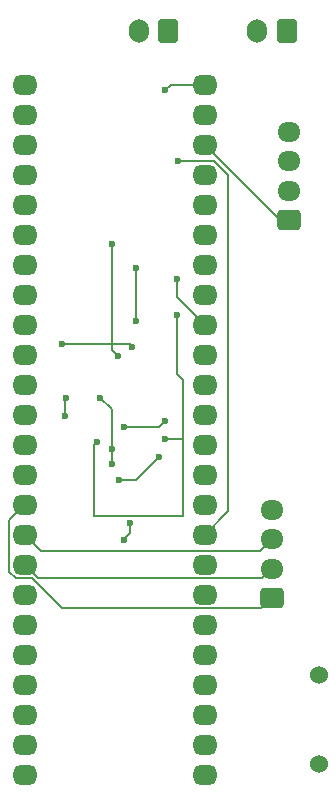
<source format=gbr>
%TF.GenerationSoftware,KiCad,Pcbnew,9.0.5*%
%TF.CreationDate,2025-11-17T23:00:25-05:00*%
%TF.ProjectId,RyanLing_Flight_Computer,5279616e-4c69-46e6-975f-466c69676874,rev?*%
%TF.SameCoordinates,Original*%
%TF.FileFunction,Copper,L2,Bot*%
%TF.FilePolarity,Positive*%
%FSLAX46Y46*%
G04 Gerber Fmt 4.6, Leading zero omitted, Abs format (unit mm)*
G04 Created by KiCad (PCBNEW 9.0.5) date 2025-11-17 23:00:25*
%MOMM*%
%LPD*%
G01*
G04 APERTURE LIST*
G04 Aperture macros list*
%AMRoundRect*
0 Rectangle with rounded corners*
0 $1 Rounding radius*
0 $2 $3 $4 $5 $6 $7 $8 $9 X,Y pos of 4 corners*
0 Add a 4 corners polygon primitive as box body*
4,1,4,$2,$3,$4,$5,$6,$7,$8,$9,$2,$3,0*
0 Add four circle primitives for the rounded corners*
1,1,$1+$1,$2,$3*
1,1,$1+$1,$4,$5*
1,1,$1+$1,$6,$7*
1,1,$1+$1,$8,$9*
0 Add four rect primitives between the rounded corners*
20,1,$1+$1,$2,$3,$4,$5,0*
20,1,$1+$1,$4,$5,$6,$7,0*
20,1,$1+$1,$6,$7,$8,$9,0*
20,1,$1+$1,$8,$9,$2,$3,0*%
G04 Aperture macros list end*
%TA.AperFunction,ComponentPad*%
%ADD10C,1.524000*%
%TD*%
%TA.AperFunction,ComponentPad*%
%ADD11RoundRect,0.250000X0.600000X0.750000X-0.600000X0.750000X-0.600000X-0.750000X0.600000X-0.750000X0*%
%TD*%
%TA.AperFunction,ComponentPad*%
%ADD12O,1.700000X2.000000*%
%TD*%
%TA.AperFunction,ComponentPad*%
%ADD13RoundRect,0.656250X-0.343750X-0.218750X0.343750X-0.218750X0.343750X0.218750X-0.343750X0.218750X0*%
%TD*%
%TA.AperFunction,ComponentPad*%
%ADD14RoundRect,0.250000X0.725000X-0.600000X0.725000X0.600000X-0.725000X0.600000X-0.725000X-0.600000X0*%
%TD*%
%TA.AperFunction,ComponentPad*%
%ADD15O,1.950000X1.700000*%
%TD*%
%TA.AperFunction,ViaPad*%
%ADD16C,0.600000*%
%TD*%
%TA.AperFunction,Conductor*%
%ADD17C,0.200000*%
%TD*%
G04 APERTURE END LIST*
D10*
%TO.P,BZ1,1,+*%
%TO.N,Net-(BZ1-+)*%
X151500000Y-99000000D03*
%TO.P,BZ1,2,-*%
%TO.N,GND*%
X151500000Y-91500000D03*
%TD*%
D11*
%TO.P,J2,1,Pin_1*%
%TO.N,Net-(J2-Pin_1)*%
X148805000Y-37000000D03*
D12*
%TO.P,J2,2,Pin_2*%
%TO.N,Net-(J1-Pin_1)*%
X146305000Y-37000000D03*
%TD*%
D13*
%TO.P,Teensy4.1,0,RX1*%
%TO.N,unconnected-(Teensy4.1-RX1-Pad0)*%
X126585000Y-44040000D03*
%TO.P,Teensy4.1,1,TX1*%
%TO.N,unconnected-(Teensy4.1-TX1-Pad1)*%
X126585000Y-46580000D03*
%TO.P,Teensy4.1,2,PWM*%
%TO.N,unconnected-(Teensy4.1-PWM-Pad2)*%
X126585000Y-49120000D03*
%TO.P,Teensy4.1,3,PWM*%
%TO.N,unconnected-(Teensy4.1-PWM-Pad3)*%
X126585000Y-51660000D03*
%TO.P,Teensy4.1,3V,3.3V*%
%TO.N,Net-(GPS1-Pin_1)*%
X126585000Y-77060000D03*
%TO.P,Teensy4.1,3V1,3.3V*%
%TO.N,Net-(Radio1-Pin_1)*%
X141825000Y-46580000D03*
%TO.P,Teensy4.1,4,PWM*%
%TO.N,unconnected-(Teensy4.1-PWM-Pad4)*%
X126585000Y-54200000D03*
%TO.P,Teensy4.1,5,PWM*%
%TO.N,unconnected-(Teensy4.1-PWM-Pad5)*%
X126585000Y-56740000D03*
%TO.P,Teensy4.1,5V,VIN*%
%TO.N,Net-(J2-Pin_1)*%
X141825000Y-41500000D03*
%TO.P,Teensy4.1,6,PWM*%
%TO.N,unconnected-(Teensy4.1-PWM-Pad6)*%
X126585000Y-59280000D03*
%TO.P,Teensy4.1,7,RX2*%
%TO.N,unconnected-(Teensy4.1-RX2-Pad7)*%
X126585000Y-61820000D03*
%TO.P,Teensy4.1,8,TX2*%
%TO.N,unconnected-(Teensy4.1-TX2-Pad8)*%
X126585000Y-64360000D03*
%TO.P,Teensy4.1,9,PWM*%
%TO.N,unconnected-(Teensy4.1-PWM-Pad9)*%
X126585000Y-66900000D03*
%TO.P,Teensy4.1,10,CS*%
%TO.N,unconnected-(Teensy4.1-CS-Pad10)*%
X126585000Y-69440000D03*
%TO.P,Teensy4.1,11,MOSI*%
%TO.N,unconnected-(Teensy4.1-MOSI-Pad11)*%
X126585000Y-71980000D03*
%TO.P,Teensy4.1,12,MISO*%
%TO.N,unconnected-(Teensy4.1-MISO-Pad12)*%
X126585000Y-74520000D03*
%TO.P,Teensy4.1,13,SCK*%
%TO.N,unconnected-(Teensy4.1-SCK-Pad13)*%
X141825000Y-74520000D03*
%TO.P,Teensy4.1,14,A0*%
%TO.N,unconnected-(Teensy4.1-A0-Pad14)*%
X141825000Y-71980000D03*
%TO.P,Teensy4.1,15,A1*%
%TO.N,unconnected-(Teensy4.1-A1-Pad15)*%
X141825000Y-69440000D03*
%TO.P,Teensy4.1,16,A2*%
%TO.N,unconnected-(Teensy4.1-A2-Pad16)*%
X141825000Y-66900000D03*
%TO.P,Teensy4.1,17,A3*%
%TO.N,unconnected-(Teensy4.1-A3-Pad17)*%
X141825000Y-64360000D03*
%TO.P,Teensy4.1,18,SDA*%
%TO.N,/SDA*%
X141825000Y-61820000D03*
%TO.P,Teensy4.1,19,SCL*%
%TO.N,/SCL*%
X141825000Y-59280000D03*
%TO.P,Teensy4.1,20,TX5*%
%TO.N,Net-(Radio1-Pin_2)*%
X141825000Y-56740000D03*
%TO.P,Teensy4.1,21,RX5*%
%TO.N,Net-(Radio1-Pin_3)*%
X141825000Y-54200000D03*
%TO.P,Teensy4.1,22,PWM*%
%TO.N,unconnected-(Teensy4.1-PWM-Pad22)*%
X141825000Y-51660000D03*
%TO.P,Teensy4.1,23,PWM*%
%TO.N,unconnected-(Teensy4.1-PWM-Pad23)*%
X141825000Y-49120000D03*
%TO.P,Teensy4.1,24,SCL2*%
%TO.N,Net-(GPS1-Pin_3)*%
X126585000Y-79600000D03*
%TO.P,Teensy4.1,25,SDA2*%
%TO.N,Net-(GPS1-Pin_2)*%
X126585000Y-82140000D03*
%TO.P,Teensy4.1,26,MOSI1*%
%TO.N,unconnected-(Teensy4.1-MOSI1-Pad26)*%
X126585000Y-84680000D03*
%TO.P,Teensy4.1,27,SCK1*%
%TO.N,unconnected-(Teensy4.1-SCK1-Pad27)*%
X126585000Y-87220000D03*
%TO.P,Teensy4.1,28,RX7*%
%TO.N,unconnected-(Teensy4.1-RX7-Pad28)*%
X126585000Y-89760000D03*
%TO.P,Teensy4.1,29,TX7*%
%TO.N,unconnected-(Teensy4.1-TX7-Pad29)*%
X126585000Y-92300000D03*
%TO.P,Teensy4.1,30,GPIO*%
%TO.N,unconnected-(Teensy4.1-GPIO-Pad30)*%
X126585000Y-94840000D03*
%TO.P,Teensy4.1,31,GPIO*%
%TO.N,unconnected-(Teensy4.1-GPIO-Pad31)*%
X126585000Y-97380000D03*
%TO.P,Teensy4.1,32,GPIO*%
%TO.N,Net-(D1-A)*%
X126585000Y-99920000D03*
%TO.P,Teensy4.1,33,PWM*%
%TO.N,Net-(BZ1-+)*%
X141825000Y-99920000D03*
%TO.P,Teensy4.1,34,RX8*%
%TO.N,unconnected-(Teensy4.1-RX8-Pad34)*%
X141825000Y-97380000D03*
%TO.P,Teensy4.1,35,TX8*%
%TO.N,unconnected-(Teensy4.1-TX8-Pad35)*%
X141825000Y-94840000D03*
%TO.P,Teensy4.1,36,PWM*%
%TO.N,unconnected-(Teensy4.1-PWM-Pad36)*%
X141825000Y-92300000D03*
%TO.P,Teensy4.1,37,PWM*%
%TO.N,unconnected-(Teensy4.1-PWM-Pad37)*%
X141825000Y-89760000D03*
%TO.P,Teensy4.1,38,CS1*%
%TO.N,unconnected-(Teensy4.1-CS1-Pad38)*%
X141825000Y-87220000D03*
%TO.P,Teensy4.1,39,MISO1*%
%TO.N,unconnected-(Teensy4.1-MISO1-Pad39)*%
X141825000Y-84680000D03*
%TO.P,Teensy4.1,40,A16*%
%TO.N,unconnected-(Teensy4.1-A16-Pad40)*%
X141825000Y-82140000D03*
%TO.P,Teensy4.1,41,A17*%
%TO.N,Net-(Teensy4.1-A17)*%
X141825000Y-79600000D03*
%TO.P,Teensy4.1,G,GND*%
%TO.N,GND*%
X126585000Y-41500000D03*
%TO.P,Teensy4.1,G1,GND*%
X141825000Y-44040000D03*
%TO.P,Teensy4.1,G2,GND*%
X141825000Y-77060000D03*
%TD*%
D11*
%TO.P,J1,1,Pin_1*%
%TO.N,Net-(J1-Pin_1)*%
X138750000Y-36945000D03*
D12*
%TO.P,J1,2,Pin_2*%
%TO.N,GND*%
X136250000Y-36945000D03*
%TD*%
D14*
%TO.P,GPS1,1,Pin_1*%
%TO.N,Net-(GPS1-Pin_1)*%
X147500000Y-85000000D03*
D15*
%TO.P,GPS1,2,Pin_2*%
%TO.N,Net-(GPS1-Pin_2)*%
X147500000Y-82500000D03*
%TO.P,GPS1,3,Pin_3*%
%TO.N,Net-(GPS1-Pin_3)*%
X147500000Y-80000000D03*
%TO.P,GPS1,4,Pin_4*%
%TO.N,GND*%
X147500000Y-77500000D03*
%TD*%
D14*
%TO.P,Radio1,1,Pin_1*%
%TO.N,Net-(Radio1-Pin_1)*%
X149000000Y-53000000D03*
D15*
%TO.P,Radio1,2,Pin_2*%
%TO.N,Net-(Radio1-Pin_2)*%
X149000000Y-50500000D03*
%TO.P,Radio1,3,Pin_3*%
%TO.N,Net-(Radio1-Pin_3)*%
X149000000Y-48000000D03*
%TO.P,Radio1,4,Pin_4*%
%TO.N,GND*%
X149000000Y-45500000D03*
%TD*%
D16*
%TO.N,GND*%
X129726202Y-63500000D03*
X134000000Y-73600000D03*
X133000000Y-68000000D03*
X138000000Y-73000000D03*
X134000000Y-72400000D03*
X134000000Y-55000000D03*
X135700000Y-63700000D03*
X134500000Y-64500000D03*
X134550000Y-75000000D03*
%TO.N,+3.3V*%
X135000000Y-80074000D03*
X135500000Y-78600000D03*
X136000000Y-57000000D03*
X130127202Y-68000000D03*
X136000000Y-61500000D03*
X130000000Y-69600000D03*
%TO.N,Net-(J2-Pin_1)*%
X138500000Y-42000000D03*
%TO.N,/SCL*%
X138500000Y-71500000D03*
X132701000Y-71799000D03*
X139500000Y-61000000D03*
%TO.N,/SDA*%
X138500000Y-70000000D03*
X135000000Y-70500000D03*
X139500000Y-58000000D03*
%TO.N,Net-(Teensy4.1-A17)*%
X139556000Y-47944000D03*
%TD*%
D17*
%TO.N,GND*%
X134550000Y-75000000D02*
X136000000Y-75000000D01*
X135700000Y-63700000D02*
X135500000Y-63500000D01*
X133000000Y-68000000D02*
X134000000Y-69000000D01*
X134500000Y-64500000D02*
X134000000Y-64000000D01*
X134000000Y-69000000D02*
X134000000Y-72400000D01*
X129726202Y-63500000D02*
X134000000Y-63500000D01*
X134000000Y-72400000D02*
X134000000Y-73600000D01*
X134000000Y-63500000D02*
X134000000Y-55000000D01*
X135500000Y-63500000D02*
X134000000Y-63500000D01*
X134000000Y-64000000D02*
X134000000Y-63500000D01*
X136000000Y-75000000D02*
X138000000Y-73000000D01*
%TO.N,+3.3V*%
X130000000Y-68127202D02*
X130000000Y-69600000D01*
X135000000Y-80000000D02*
X135000000Y-80074000D01*
X135500000Y-79500000D02*
X135000000Y-80000000D01*
X135500000Y-78600000D02*
X135500000Y-79500000D01*
X136000000Y-57000000D02*
X136000000Y-61500000D01*
X130127202Y-68000000D02*
X130000000Y-68127202D01*
%TO.N,Net-(GPS1-Pin_2)*%
X146684000Y-83316000D02*
X147500000Y-82500000D01*
X127761000Y-83316000D02*
X146684000Y-83316000D01*
X126585000Y-82140000D02*
X127761000Y-83316000D01*
%TO.N,Net-(GPS1-Pin_1)*%
X125284000Y-82755258D02*
X125844742Y-83316000D01*
X126585000Y-77060000D02*
X125284000Y-78361000D01*
X127193900Y-83316000D02*
X129733900Y-85856000D01*
X125284000Y-78361000D02*
X125284000Y-82755258D01*
X129733900Y-85856000D02*
X146644000Y-85856000D01*
X125844742Y-83316000D02*
X127193900Y-83316000D01*
X146644000Y-85856000D02*
X147500000Y-85000000D01*
%TO.N,Net-(GPS1-Pin_3)*%
X127949000Y-80964000D02*
X146536000Y-80964000D01*
X126585000Y-79600000D02*
X127949000Y-80964000D01*
X146536000Y-80964000D02*
X147500000Y-80000000D01*
%TO.N,Net-(J2-Pin_1)*%
X141825000Y-41500000D02*
X139000000Y-41500000D01*
X139000000Y-41500000D02*
X138500000Y-42000000D01*
%TO.N,/SCL*%
X132500000Y-72000000D02*
X132500000Y-78000000D01*
X140000000Y-71500000D02*
X140000000Y-66500000D01*
X132701000Y-71799000D02*
X132500000Y-72000000D01*
X132500000Y-78000000D02*
X140000000Y-78000000D01*
X139500000Y-66000000D02*
X139500000Y-61000000D01*
X140000000Y-66500000D02*
X139500000Y-66000000D01*
X138500000Y-71500000D02*
X140000000Y-71500000D01*
X140000000Y-78000000D02*
X140000000Y-71500000D01*
%TO.N,/SDA*%
X138500000Y-70000000D02*
X138000000Y-70500000D01*
X138000000Y-70500000D02*
X135000000Y-70500000D01*
X141825000Y-61820000D02*
X139500000Y-59495000D01*
X139500000Y-59495000D02*
X139500000Y-58000000D01*
%TO.N,Net-(Teensy4.1-A17)*%
X139500000Y-48000000D02*
X139556000Y-47944000D01*
X141825000Y-79600000D02*
X143838950Y-77586050D01*
X143838950Y-49161050D02*
X143588950Y-48911050D01*
X142621900Y-47944000D02*
X139556000Y-47944000D01*
X143588950Y-48911050D02*
X142621900Y-47944000D01*
X143838950Y-77586050D02*
X143838950Y-49161050D01*
%TO.N,Net-(Radio1-Pin_1)*%
X141825000Y-46580000D02*
X148245000Y-53000000D01*
X148245000Y-53000000D02*
X149000000Y-53000000D01*
%TD*%
M02*

</source>
